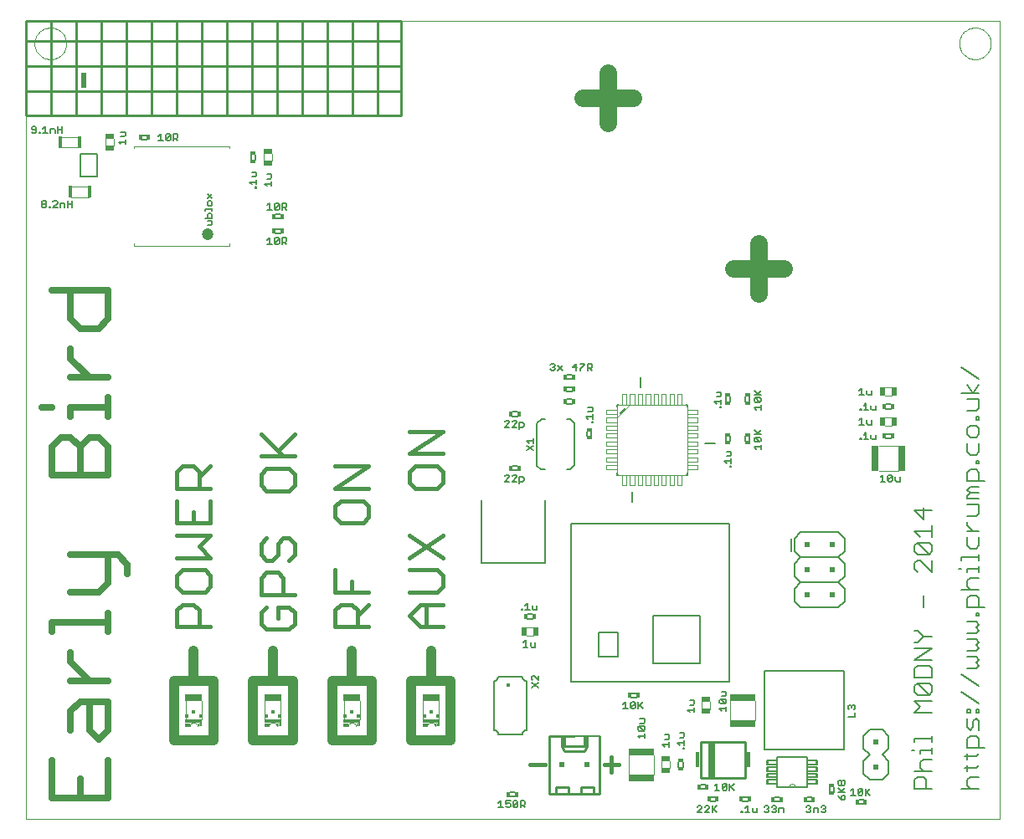
<source format=gto>
G75*
%MOIN*%
%OFA0B0*%
%FSLAX24Y24*%
%IPPOS*%
%LPD*%
%AMOC8*
5,1,8,0,0,1.08239X$1,22.5*
%
%ADD10C,0.0000*%
%ADD11C,0.0280*%
%ADD12C,0.0170*%
%ADD13C,0.0400*%
%ADD14C,0.0060*%
%ADD15C,0.0100*%
%ADD16C,0.0050*%
%ADD17C,0.0160*%
%ADD18R,0.0236X0.0591*%
%ADD19C,0.0080*%
%ADD20C,0.0039*%
%ADD21C,0.0472*%
%ADD22C,0.0040*%
%ADD23R,0.0197X0.0049*%
%ADD24R,0.0089X0.0128*%
%ADD25R,0.0049X0.0089*%
%ADD26R,0.0167X0.0049*%
%ADD27R,0.0197X0.0138*%
%ADD28R,0.0236X0.0049*%
%ADD29R,0.0669X0.0118*%
%ADD30R,0.0669X0.0276*%
%ADD31R,0.0128X0.0167*%
%ADD32R,0.0138X0.0138*%
%ADD33R,0.0236X0.0118*%
%ADD34R,0.0118X0.0236*%
%ADD35R,0.0118X0.0472*%
%ADD36R,0.0374X0.0197*%
%ADD37R,0.0197X0.0374*%
%ADD38R,0.1024X0.0295*%
%ADD39C,0.0700*%
%ADD40R,0.0200X0.0200*%
%ADD41R,0.0165X0.0640*%
%ADD42R,0.0165X0.0630*%
%ADD43R,0.0295X0.1378*%
%ADD44R,0.0295X0.0197*%
%ADD45R,0.0295X0.1024*%
%ADD46C,0.0143*%
D10*
X000574Y000251D02*
X000574Y032054D01*
X039341Y032054D01*
X039341Y000251D01*
X000574Y000251D01*
X023687Y014179D02*
X024107Y014179D01*
X024107Y014359D01*
X023687Y014359D01*
X023687Y014179D01*
X023687Y014489D02*
X024107Y014489D01*
X024107Y014669D01*
X023687Y014669D01*
X023687Y014489D01*
X023687Y014809D02*
X024107Y014809D01*
X024107Y014989D01*
X023687Y014989D01*
X023687Y014809D01*
X023687Y015119D02*
X024107Y015119D01*
X024107Y015299D01*
X023687Y015299D01*
X023687Y015119D01*
X023687Y015439D02*
X024107Y015439D01*
X024107Y015619D01*
X023687Y015619D01*
X023687Y015439D01*
X023687Y015749D02*
X024107Y015749D01*
X024107Y015929D01*
X023687Y015929D01*
X023687Y015749D01*
X023687Y016069D02*
X024107Y016069D01*
X024107Y016249D01*
X023687Y016249D01*
X023687Y016069D01*
X023687Y016379D02*
X024107Y016379D01*
X024107Y016559D01*
X023687Y016559D01*
X023687Y016379D01*
X024107Y016269D02*
X024607Y016769D01*
X024627Y016769D02*
X024627Y017189D01*
X024807Y017189D01*
X024807Y016769D01*
X024627Y016769D01*
X024497Y016769D02*
X024497Y017189D01*
X024317Y017189D01*
X024317Y016769D01*
X024497Y016769D01*
X024107Y016769D02*
X024107Y013969D01*
X026907Y013969D01*
X026907Y016769D01*
X024107Y016769D01*
X024947Y016769D02*
X024947Y017189D01*
X025127Y017189D01*
X025127Y016769D01*
X024947Y016769D01*
X025257Y016769D02*
X025257Y017189D01*
X025437Y017189D01*
X025437Y016769D01*
X025257Y016769D01*
X025577Y016769D02*
X025577Y017189D01*
X025757Y017189D01*
X025757Y016769D01*
X025577Y016769D01*
X025887Y016769D02*
X025887Y017189D01*
X026067Y017189D01*
X026067Y016769D01*
X025887Y016769D01*
X026207Y016769D02*
X026207Y017189D01*
X026387Y017189D01*
X026387Y016769D01*
X026207Y016769D01*
X026517Y016769D02*
X026517Y017189D01*
X026697Y017189D01*
X026697Y016769D01*
X026517Y016769D01*
X026907Y016559D02*
X026907Y016379D01*
X027327Y016379D01*
X027327Y016559D01*
X026907Y016559D01*
X026907Y016249D02*
X027327Y016249D01*
X027327Y016069D01*
X026907Y016069D01*
X026907Y016249D01*
X026907Y015929D02*
X027327Y015929D01*
X027327Y015749D01*
X026907Y015749D01*
X026907Y015929D01*
X026907Y015619D02*
X027327Y015619D01*
X027327Y015439D01*
X026907Y015439D01*
X026907Y015619D01*
X026907Y015299D02*
X027327Y015299D01*
X027327Y015119D01*
X026907Y015119D01*
X026907Y015299D01*
X026907Y014989D02*
X027327Y014989D01*
X027327Y014809D01*
X026907Y014809D01*
X026907Y014989D01*
X026907Y014669D02*
X027327Y014669D01*
X027327Y014489D01*
X026907Y014489D01*
X026907Y014669D01*
X026907Y014359D02*
X027327Y014359D01*
X027327Y014179D01*
X026907Y014179D01*
X026907Y014359D01*
X026697Y013969D02*
X026517Y013969D01*
X026517Y013549D01*
X026697Y013549D01*
X026697Y013969D01*
X026387Y013969D02*
X026387Y013549D01*
X026207Y013549D01*
X026207Y013969D01*
X026387Y013969D01*
X026067Y013969D02*
X026067Y013549D01*
X025887Y013549D01*
X025887Y013969D01*
X026067Y013969D01*
X025757Y013969D02*
X025757Y013549D01*
X025577Y013549D01*
X025577Y013969D01*
X025757Y013969D01*
X025437Y013969D02*
X025437Y013549D01*
X025257Y013549D01*
X025257Y013969D01*
X025437Y013969D01*
X025127Y013969D02*
X025127Y013549D01*
X024947Y013549D01*
X024947Y013969D01*
X025127Y013969D01*
X024807Y013969D02*
X024807Y013549D01*
X024627Y013549D01*
X024627Y013969D01*
X024807Y013969D01*
X024497Y013969D02*
X024497Y013549D01*
X024317Y013549D01*
X024317Y013969D01*
X024497Y013969D01*
X030966Y001531D02*
X030968Y001552D01*
X030973Y001572D01*
X030982Y001591D01*
X030994Y001608D01*
X031009Y001623D01*
X031026Y001635D01*
X031045Y001644D01*
X031065Y001649D01*
X031086Y001651D01*
X031107Y001649D01*
X031127Y001644D01*
X031146Y001635D01*
X031163Y001623D01*
X031178Y001608D01*
X031190Y001591D01*
X031199Y001572D01*
X031204Y001552D01*
X031206Y001531D01*
X031204Y001552D01*
X031199Y001572D01*
X031190Y001591D01*
X031178Y001608D01*
X031163Y001623D01*
X031146Y001635D01*
X031127Y001644D01*
X031107Y001649D01*
X031086Y001651D01*
X031065Y001649D01*
X031045Y001644D01*
X031026Y001635D01*
X031009Y001623D01*
X030994Y001608D01*
X030982Y001591D01*
X030973Y001572D01*
X030968Y001552D01*
X030966Y001531D01*
X030968Y001552D01*
X030973Y001572D01*
X030982Y001591D01*
X030994Y001608D01*
X031009Y001623D01*
X031026Y001635D01*
X031045Y001644D01*
X031065Y001649D01*
X031086Y001651D01*
X031107Y001649D01*
X031127Y001644D01*
X031146Y001635D01*
X031163Y001623D01*
X031178Y001608D01*
X031190Y001591D01*
X031199Y001572D01*
X031204Y001552D01*
X031206Y001531D01*
X031204Y001552D01*
X031199Y001572D01*
X031190Y001591D01*
X031178Y001608D01*
X031163Y001623D01*
X031146Y001635D01*
X031127Y001644D01*
X031107Y001649D01*
X031086Y001651D01*
X031065Y001649D01*
X031045Y001644D01*
X031026Y001635D01*
X031009Y001623D01*
X030994Y001608D01*
X030982Y001591D01*
X030973Y001572D01*
X030968Y001552D01*
X030966Y001531D01*
X037739Y031156D02*
X037741Y031206D01*
X037747Y031256D01*
X037757Y031305D01*
X037771Y031353D01*
X037788Y031400D01*
X037809Y031445D01*
X037834Y031489D01*
X037862Y031530D01*
X037894Y031569D01*
X037928Y031606D01*
X037965Y031640D01*
X038005Y031670D01*
X038047Y031697D01*
X038091Y031721D01*
X038137Y031742D01*
X038184Y031758D01*
X038232Y031771D01*
X038282Y031780D01*
X038331Y031785D01*
X038382Y031786D01*
X038432Y031783D01*
X038481Y031776D01*
X038530Y031765D01*
X038578Y031750D01*
X038624Y031732D01*
X038669Y031710D01*
X038712Y031684D01*
X038753Y031655D01*
X038792Y031623D01*
X038828Y031588D01*
X038860Y031550D01*
X038890Y031510D01*
X038917Y031467D01*
X038940Y031423D01*
X038959Y031377D01*
X038975Y031329D01*
X038987Y031280D01*
X038995Y031231D01*
X038999Y031181D01*
X038999Y031131D01*
X038995Y031081D01*
X038987Y031032D01*
X038975Y030983D01*
X038959Y030935D01*
X038940Y030889D01*
X038917Y030845D01*
X038890Y030802D01*
X038860Y030762D01*
X038828Y030724D01*
X038792Y030689D01*
X038753Y030657D01*
X038712Y030628D01*
X038669Y030602D01*
X038624Y030580D01*
X038578Y030562D01*
X038530Y030547D01*
X038481Y030536D01*
X038432Y030529D01*
X038382Y030526D01*
X038331Y030527D01*
X038282Y030532D01*
X038232Y030541D01*
X038184Y030554D01*
X038137Y030570D01*
X038091Y030591D01*
X038047Y030615D01*
X038005Y030642D01*
X037965Y030672D01*
X037928Y030706D01*
X037894Y030743D01*
X037862Y030782D01*
X037834Y030823D01*
X037809Y030867D01*
X037788Y030912D01*
X037771Y030959D01*
X037757Y031007D01*
X037747Y031056D01*
X037741Y031106D01*
X037739Y031156D01*
X000928Y031156D02*
X000930Y031206D01*
X000936Y031256D01*
X000946Y031305D01*
X000960Y031353D01*
X000977Y031400D01*
X000998Y031445D01*
X001023Y031489D01*
X001051Y031530D01*
X001083Y031569D01*
X001117Y031606D01*
X001154Y031640D01*
X001194Y031670D01*
X001236Y031697D01*
X001280Y031721D01*
X001326Y031742D01*
X001373Y031758D01*
X001421Y031771D01*
X001471Y031780D01*
X001520Y031785D01*
X001571Y031786D01*
X001621Y031783D01*
X001670Y031776D01*
X001719Y031765D01*
X001767Y031750D01*
X001813Y031732D01*
X001858Y031710D01*
X001901Y031684D01*
X001942Y031655D01*
X001981Y031623D01*
X002017Y031588D01*
X002049Y031550D01*
X002079Y031510D01*
X002106Y031467D01*
X002129Y031423D01*
X002148Y031377D01*
X002164Y031329D01*
X002176Y031280D01*
X002184Y031231D01*
X002188Y031181D01*
X002188Y031131D01*
X002184Y031081D01*
X002176Y031032D01*
X002164Y030983D01*
X002148Y030935D01*
X002129Y030889D01*
X002106Y030845D01*
X002079Y030802D01*
X002049Y030762D01*
X002017Y030724D01*
X001981Y030689D01*
X001942Y030657D01*
X001901Y030628D01*
X001858Y030602D01*
X001813Y030580D01*
X001767Y030562D01*
X001719Y030547D01*
X001670Y030536D01*
X001621Y030529D01*
X001571Y030526D01*
X001520Y030527D01*
X001471Y030532D01*
X001421Y030541D01*
X001373Y030554D01*
X001326Y030570D01*
X001280Y030591D01*
X001236Y030615D01*
X001194Y030642D01*
X001154Y030672D01*
X001117Y030706D01*
X001083Y030743D01*
X001051Y030782D01*
X001023Y030823D01*
X000998Y030867D01*
X000977Y030912D01*
X000960Y030959D01*
X000946Y031007D01*
X000936Y031056D01*
X000930Y031106D01*
X000928Y031156D01*
D11*
X001607Y021305D02*
X003869Y021305D01*
X003869Y020174D01*
X003492Y019797D01*
X002738Y019797D01*
X002361Y020174D01*
X002361Y021305D01*
X002361Y018979D02*
X002361Y018602D01*
X003115Y017848D01*
X003869Y017848D02*
X002361Y017848D01*
X002361Y016666D02*
X003869Y016666D01*
X003869Y016289D02*
X003869Y017043D01*
X002361Y016666D02*
X002361Y016289D01*
X001607Y016666D02*
X001230Y016666D01*
X001984Y015458D02*
X002361Y015458D01*
X002738Y015081D01*
X002738Y013950D01*
X001607Y013950D02*
X001607Y015081D01*
X001984Y015458D01*
X002738Y015081D02*
X003115Y015458D01*
X003492Y015458D01*
X003869Y015081D01*
X003869Y013950D01*
X001607Y013950D01*
X002361Y010780D02*
X004246Y010780D01*
X004623Y010403D01*
X004623Y010026D01*
X003869Y009649D02*
X003869Y010780D01*
X003869Y009649D02*
X003492Y009272D01*
X002361Y009272D01*
X001607Y008090D02*
X003869Y008090D01*
X003869Y007713D02*
X003869Y008467D01*
X002361Y006895D02*
X002361Y006518D01*
X003115Y005764D01*
X003869Y005764D02*
X002361Y005764D01*
X002738Y004933D02*
X003869Y004933D01*
X003869Y003802D01*
X003492Y003425D01*
X003115Y003802D01*
X003115Y004933D01*
X002738Y004933D02*
X002361Y004556D01*
X002361Y003802D01*
X001607Y002595D02*
X001607Y001087D01*
X003869Y001087D01*
X003869Y002595D01*
X002738Y001841D02*
X002738Y001087D01*
X001607Y007713D02*
X001607Y008090D01*
D12*
X006600Y007906D02*
X006600Y008572D01*
X006822Y008794D01*
X007266Y008794D01*
X007488Y008572D01*
X007488Y007906D01*
X007932Y007906D02*
X006600Y007906D01*
X006822Y009288D02*
X007710Y009288D01*
X007932Y009509D01*
X007932Y009953D01*
X007710Y010175D01*
X006822Y010175D01*
X006600Y009953D01*
X006600Y009509D01*
X006822Y009288D01*
X006600Y010669D02*
X007932Y010669D01*
X007488Y011113D01*
X007932Y011556D01*
X006600Y011556D01*
X006600Y012050D02*
X007932Y012050D01*
X007932Y012937D01*
X007932Y013431D02*
X006600Y013431D01*
X006600Y014097D01*
X006822Y014319D01*
X007266Y014319D01*
X007488Y014097D01*
X007488Y013431D01*
X007488Y013875D02*
X007932Y014319D01*
X006600Y012937D02*
X006600Y012050D01*
X007266Y012050D02*
X007266Y012494D01*
X009947Y013553D02*
X010169Y013331D01*
X011056Y013331D01*
X011278Y013553D01*
X011278Y013997D01*
X011056Y014219D01*
X010169Y014219D01*
X009947Y013997D01*
X009947Y013553D01*
X009947Y014712D02*
X011278Y014712D01*
X010834Y014712D02*
X009947Y015600D01*
X010613Y014934D02*
X011278Y015600D01*
X012900Y014319D02*
X014231Y014319D01*
X012900Y013431D01*
X014231Y013431D01*
X014009Y012937D02*
X013122Y012937D01*
X012900Y012716D01*
X012900Y012272D01*
X013122Y012050D01*
X014009Y012050D01*
X014231Y012272D01*
X014231Y012716D01*
X014009Y012937D01*
X015852Y013651D02*
X016074Y013430D01*
X016962Y013430D01*
X017184Y013651D01*
X017184Y014095D01*
X016962Y014317D01*
X016074Y014317D01*
X015852Y014095D01*
X015852Y013651D01*
X015852Y014811D02*
X017184Y015698D01*
X015852Y015698D01*
X015852Y014811D02*
X017184Y014811D01*
X017184Y011555D02*
X015852Y010667D01*
X015852Y010173D02*
X016962Y010173D01*
X017184Y009952D01*
X017184Y009508D01*
X016962Y009286D01*
X015852Y009286D01*
X016296Y008792D02*
X017184Y008792D01*
X016518Y008792D02*
X016518Y007905D01*
X016296Y007905D02*
X015852Y008349D01*
X016296Y008792D01*
X016296Y007905D02*
X017184Y007905D01*
X014231Y007906D02*
X012900Y007906D01*
X012900Y008572D01*
X013122Y008794D01*
X013565Y008794D01*
X013787Y008572D01*
X013787Y007906D01*
X013787Y008350D02*
X014231Y008794D01*
X014231Y009288D02*
X012900Y009288D01*
X012900Y010175D01*
X013565Y009731D02*
X013565Y009288D01*
X011278Y009188D02*
X009947Y009188D01*
X009947Y009853D01*
X010169Y010075D01*
X010613Y010075D01*
X010834Y009853D01*
X010834Y009188D01*
X010613Y008694D02*
X010613Y008250D01*
X010613Y008694D02*
X011056Y008694D01*
X011278Y008472D01*
X011278Y008028D01*
X011056Y007806D01*
X010169Y007806D01*
X009947Y008028D01*
X009947Y008472D01*
X010169Y008694D01*
X010169Y010569D02*
X010391Y010569D01*
X010613Y010791D01*
X010613Y011234D01*
X010834Y011456D01*
X011056Y011456D01*
X011278Y011234D01*
X011278Y010791D01*
X011056Y010569D01*
X010169Y010569D02*
X009947Y010791D01*
X009947Y011234D01*
X010169Y011456D01*
X015852Y011555D02*
X017184Y010667D01*
D13*
X016715Y006944D02*
X016715Y005763D01*
X015928Y005763D01*
X015928Y003400D01*
X017503Y003400D01*
X017503Y005763D01*
X016715Y005763D01*
X014353Y005763D02*
X013566Y005763D01*
X013566Y006944D01*
X013566Y005763D02*
X012778Y005763D01*
X012778Y003400D01*
X014353Y003400D01*
X014353Y005763D01*
X011204Y005763D02*
X011204Y003400D01*
X009629Y003400D01*
X009629Y005763D01*
X010416Y005763D01*
X010416Y006944D01*
X010416Y005763D02*
X011204Y005763D01*
X008054Y005763D02*
X008054Y003400D01*
X006479Y003400D01*
X006479Y005763D01*
X007267Y005763D01*
X007267Y006944D01*
X007267Y005763D02*
X008054Y005763D01*
D14*
X019867Y001323D02*
X020060Y001323D01*
X020060Y001147D02*
X019867Y001147D01*
X024690Y005084D02*
X024883Y005084D01*
X024883Y005260D02*
X024690Y005260D01*
X026568Y002513D02*
X026568Y002320D01*
X026745Y002320D02*
X026745Y002513D01*
X027446Y001619D02*
X027639Y001619D01*
X027639Y001442D02*
X027446Y001442D01*
X027839Y001126D02*
X028032Y001126D01*
X028032Y000950D02*
X027839Y000950D01*
X029119Y000950D02*
X029312Y000950D01*
X029312Y001126D02*
X029119Y001126D01*
X030096Y001661D02*
X030126Y001661D01*
X030496Y001661D01*
X030496Y001811D01*
X030096Y001811D01*
X030096Y001661D01*
X030126Y001661D02*
X030126Y001821D01*
X030496Y001821D01*
X030496Y002421D01*
X030496Y002431D01*
X030096Y002431D01*
X030096Y002581D01*
X030126Y002581D01*
X030126Y002421D01*
X030496Y002421D01*
X030496Y002331D01*
X030496Y002171D01*
X030496Y002071D01*
X030496Y001911D01*
X030496Y001821D01*
X030496Y001811D01*
X030496Y001911D02*
X030126Y001911D01*
X030096Y001911D01*
X030096Y002071D01*
X030126Y002071D01*
X030126Y001911D01*
X030126Y002071D02*
X030496Y002071D01*
X030496Y002171D02*
X030126Y002171D01*
X030096Y002171D01*
X030096Y002331D01*
X030126Y002331D01*
X030126Y002171D01*
X030126Y002331D02*
X030496Y002331D01*
X030496Y002431D02*
X030496Y002581D01*
X030496Y002711D01*
X031676Y002711D01*
X031676Y002581D01*
X031676Y002431D01*
X032076Y002431D01*
X032076Y002581D01*
X032046Y002581D01*
X031676Y002581D01*
X031626Y002711D02*
X030546Y002711D01*
X030636Y002711D02*
X031536Y002711D01*
X031676Y002431D02*
X031676Y002421D01*
X031676Y002331D01*
X031676Y002171D01*
X031676Y002071D01*
X031676Y001911D01*
X031676Y001821D01*
X031676Y001811D01*
X032076Y001811D01*
X032076Y001661D01*
X032046Y001661D01*
X032046Y001821D01*
X031676Y001821D01*
X031676Y001811D02*
X031676Y001661D01*
X031676Y001531D01*
X031206Y001531D01*
X030966Y001531D01*
X031206Y001531D01*
X031536Y001531D01*
X031626Y001531D01*
X031676Y001661D02*
X032046Y001661D01*
X032046Y001911D02*
X032076Y001911D01*
X032076Y002071D01*
X032046Y002071D01*
X031676Y002071D01*
X031676Y002171D01*
X032046Y002171D01*
X032076Y002171D01*
X032076Y002331D01*
X032046Y002331D01*
X031676Y002331D01*
X031676Y002421D02*
X032046Y002421D01*
X032046Y002581D01*
X032046Y002331D02*
X032046Y002171D01*
X032046Y002071D02*
X032046Y001911D01*
X031676Y001911D01*
X031678Y001126D02*
X031871Y001126D01*
X031871Y000950D02*
X031678Y000950D01*
X030966Y001531D02*
X030636Y001531D01*
X030546Y001531D01*
X030496Y001531D02*
X030966Y001531D01*
X030496Y001531D02*
X030496Y001661D01*
X030399Y001126D02*
X030591Y001126D01*
X030591Y000950D02*
X030399Y000950D01*
X030496Y002581D02*
X030126Y002581D01*
X032572Y001528D02*
X032572Y001335D01*
X032749Y001335D02*
X032749Y001528D01*
X033745Y001028D02*
X033938Y001028D01*
X033938Y000852D02*
X033745Y000852D01*
X035965Y001462D02*
X035965Y001812D01*
X036082Y001929D01*
X036315Y001929D01*
X036432Y001812D01*
X036432Y001462D01*
X036666Y001462D02*
X035965Y001462D01*
X035965Y002162D02*
X036666Y002162D01*
X036315Y002162D02*
X036199Y002278D01*
X036199Y002512D01*
X036315Y002629D01*
X036666Y002629D01*
X036666Y002861D02*
X036666Y003095D01*
X036666Y002978D02*
X036199Y002978D01*
X036199Y002861D01*
X035965Y002978D02*
X035848Y002978D01*
X035965Y003328D02*
X035965Y003445D01*
X036666Y003445D01*
X036666Y003328D02*
X036666Y003562D01*
X036666Y004494D02*
X035965Y004494D01*
X036199Y004728D01*
X035965Y004961D01*
X036666Y004961D01*
X036549Y005194D02*
X036082Y005661D01*
X036549Y005661D01*
X036666Y005544D01*
X036666Y005311D01*
X036549Y005194D01*
X036082Y005194D01*
X035965Y005311D01*
X035965Y005544D01*
X036082Y005661D01*
X035965Y005894D02*
X035965Y006244D01*
X036082Y006361D01*
X036549Y006361D01*
X036666Y006244D01*
X036666Y005894D01*
X035965Y005894D01*
X035965Y006594D02*
X036666Y007061D01*
X035965Y007061D01*
X035965Y007294D02*
X036082Y007294D01*
X036315Y007527D01*
X036666Y007527D01*
X036315Y007527D02*
X036082Y007761D01*
X035965Y007761D01*
X036315Y008693D02*
X036315Y009160D01*
X036082Y010093D02*
X035965Y010209D01*
X035965Y010443D01*
X036082Y010560D01*
X036199Y010560D01*
X036666Y010093D01*
X036666Y010560D01*
X036549Y010793D02*
X036082Y011260D01*
X036549Y011260D01*
X036666Y011143D01*
X036666Y010909D01*
X036549Y010793D01*
X036082Y010793D01*
X035965Y010909D01*
X035965Y011143D01*
X036082Y011260D01*
X036199Y011492D02*
X035965Y011726D01*
X036666Y011726D01*
X036666Y011959D02*
X036666Y011492D01*
X036315Y012192D02*
X036315Y012659D01*
X035965Y012542D02*
X036315Y012192D01*
X035965Y012542D02*
X036666Y012542D01*
X038069Y012309D02*
X038419Y012309D01*
X038536Y012426D01*
X038536Y012776D01*
X038069Y012776D01*
X038069Y013009D02*
X038069Y013125D01*
X038186Y013242D01*
X038069Y013359D01*
X038186Y013476D01*
X038536Y013476D01*
X038536Y013708D02*
X038536Y014059D01*
X038419Y014175D01*
X038186Y014175D01*
X038069Y014059D01*
X038069Y013708D01*
X038769Y013708D01*
X038536Y013242D02*
X038186Y013242D01*
X038069Y013009D02*
X038536Y013009D01*
X038069Y012076D02*
X038069Y011959D01*
X038302Y011726D01*
X038069Y011726D02*
X038536Y011726D01*
X038536Y011493D02*
X038536Y011143D01*
X038419Y011026D01*
X038186Y011026D01*
X038069Y011143D01*
X038069Y011493D01*
X038536Y010793D02*
X038536Y010559D01*
X038536Y010676D02*
X037835Y010676D01*
X037835Y010559D01*
X037835Y010209D02*
X037718Y010209D01*
X038069Y010209D02*
X038536Y010209D01*
X038536Y010093D02*
X038536Y010326D01*
X038536Y009860D02*
X038186Y009860D01*
X038069Y009743D01*
X038069Y009510D01*
X038186Y009393D01*
X038186Y009160D02*
X038419Y009160D01*
X038536Y009043D01*
X038536Y008693D01*
X038536Y008460D02*
X038536Y008343D01*
X038419Y008343D01*
X038419Y008460D01*
X038536Y008460D01*
X038769Y008693D02*
X038069Y008693D01*
X038069Y009043D01*
X038186Y009160D01*
X038536Y009393D02*
X037835Y009393D01*
X038069Y010093D02*
X038069Y010209D01*
X038069Y008110D02*
X038419Y008110D01*
X038536Y007994D01*
X038419Y007877D01*
X038536Y007760D01*
X038419Y007643D01*
X038069Y007643D01*
X038069Y007411D02*
X038419Y007411D01*
X038536Y007294D01*
X038419Y007177D01*
X038536Y007060D01*
X038419Y006944D01*
X038069Y006944D01*
X038069Y006711D02*
X038419Y006711D01*
X038536Y006594D01*
X038419Y006477D01*
X038536Y006361D01*
X038419Y006244D01*
X038069Y006244D01*
X037835Y006011D02*
X038536Y005544D01*
X038536Y004844D02*
X037835Y005311D01*
X038069Y004611D02*
X038186Y004611D01*
X038186Y004494D01*
X038069Y004494D01*
X038069Y004611D01*
X038069Y004262D02*
X038069Y003911D01*
X038186Y003795D01*
X038302Y003911D01*
X038302Y004145D01*
X038419Y004262D01*
X038536Y004145D01*
X038536Y003795D01*
X038419Y003562D02*
X038536Y003445D01*
X038536Y003095D01*
X038536Y002862D02*
X038419Y002745D01*
X037952Y002745D01*
X038069Y002628D02*
X038069Y002862D01*
X038069Y003095D02*
X038069Y003445D01*
X038186Y003562D01*
X038419Y003562D01*
X038769Y003095D02*
X038069Y003095D01*
X038069Y002395D02*
X038069Y002162D01*
X037952Y002278D02*
X038419Y002278D01*
X038536Y002395D01*
X038536Y001929D02*
X038186Y001929D01*
X038069Y001812D01*
X038069Y001579D01*
X038186Y001462D01*
X038536Y001462D02*
X037835Y001462D01*
X038419Y004494D02*
X038536Y004494D01*
X038536Y004611D01*
X038419Y004611D01*
X038419Y004494D01*
X036666Y006594D02*
X035965Y006594D01*
X026907Y013969D02*
X026837Y013969D01*
X026907Y013969D02*
X026907Y014039D01*
X027607Y015219D02*
X028007Y015219D01*
X028438Y015312D02*
X028438Y015505D01*
X028615Y015505D02*
X028615Y015312D01*
X029226Y015312D02*
X029226Y015505D01*
X029402Y015505D02*
X029402Y015312D01*
X029402Y016887D02*
X029402Y017080D01*
X029226Y017080D02*
X029226Y016887D01*
X028615Y016887D02*
X028615Y017080D01*
X028438Y017080D02*
X028438Y016887D01*
X026907Y016769D02*
X026907Y016699D01*
X026907Y016769D02*
X026837Y016769D01*
X025037Y017459D02*
X025037Y017859D01*
X024467Y016619D02*
X024257Y016409D01*
X024107Y016699D02*
X024107Y016769D01*
X024177Y016769D01*
X023103Y015702D02*
X023103Y015509D01*
X022926Y015509D02*
X022926Y015702D01*
X022324Y016796D02*
X022131Y016796D01*
X022131Y016973D02*
X022324Y016973D01*
X022324Y017289D02*
X022131Y017289D01*
X022131Y017465D02*
X022324Y017465D01*
X022324Y017781D02*
X022131Y017781D01*
X022131Y017957D02*
X022324Y017957D01*
X020158Y016481D02*
X019965Y016481D01*
X019965Y016304D02*
X020158Y016304D01*
X020158Y014315D02*
X019965Y014315D01*
X019965Y014139D02*
X020158Y014139D01*
X024107Y014039D02*
X024107Y013969D01*
X024177Y013969D01*
X024707Y013279D02*
X024707Y012879D01*
X020749Y008410D02*
X020556Y008410D01*
X020556Y008233D02*
X020749Y008233D01*
X034828Y015419D02*
X035021Y015419D01*
X035021Y015595D02*
X034828Y015595D01*
X034828Y016600D02*
X035021Y016600D01*
X035021Y016776D02*
X034828Y016776D01*
X037835Y017207D02*
X038536Y017207D01*
X038536Y016975D02*
X038069Y016975D01*
X038302Y017207D02*
X038069Y017558D01*
X038302Y017207D02*
X038536Y017558D01*
X038536Y017790D02*
X037835Y018258D01*
X038536Y016975D02*
X038536Y016624D01*
X038419Y016508D01*
X038069Y016508D01*
X038419Y016274D02*
X038536Y016274D01*
X038536Y016158D01*
X038419Y016158D01*
X038419Y016274D01*
X038419Y015925D02*
X038186Y015925D01*
X038069Y015808D01*
X038069Y015575D01*
X038186Y015458D01*
X038419Y015458D01*
X038536Y015575D01*
X038536Y015808D01*
X038419Y015925D01*
X038536Y015225D02*
X038536Y014875D01*
X038419Y014758D01*
X038186Y014758D01*
X038069Y014875D01*
X038069Y015225D01*
X038419Y014525D02*
X038536Y014525D01*
X038536Y014408D01*
X038419Y014408D01*
X038419Y014525D01*
X010710Y023588D02*
X010517Y023588D01*
X010517Y023764D02*
X010710Y023764D01*
X010710Y024178D02*
X010517Y024178D01*
X010517Y024355D02*
X010710Y024355D01*
X009717Y026532D02*
X009717Y026725D01*
X009541Y026725D02*
X009541Y026532D01*
X005395Y027328D02*
X005202Y027328D01*
X005202Y027504D02*
X005395Y027504D01*
D15*
X005574Y028302D02*
X005574Y032042D01*
X006574Y032042D02*
X006574Y028302D01*
X007574Y028302D02*
X007574Y032042D01*
X008574Y032042D02*
X008574Y028302D01*
X009574Y028302D02*
X009574Y032042D01*
X010574Y032042D02*
X010574Y028302D01*
X011574Y028302D02*
X011574Y032042D01*
X012574Y032042D02*
X012574Y028302D01*
X013574Y028302D02*
X013574Y032042D01*
X014574Y032042D02*
X014574Y028302D01*
X015534Y028302D02*
X015534Y032042D01*
X000574Y032042D01*
X000574Y028302D01*
X015534Y028302D01*
X015534Y029251D02*
X000574Y029251D01*
X000574Y028302D02*
X000574Y032042D01*
X001574Y032042D02*
X001574Y028302D01*
X002574Y028302D02*
X002574Y032042D01*
X003574Y032042D02*
X003574Y028302D01*
X004574Y028302D02*
X004574Y032042D01*
X000574Y031251D02*
X015534Y031251D01*
X015534Y030251D02*
X000574Y030251D01*
X021424Y003566D02*
X021924Y003566D01*
X021924Y003166D01*
X022024Y002966D01*
X022824Y002966D01*
X022924Y003166D01*
X022924Y003566D01*
X022824Y003566D02*
X022824Y003166D01*
X022924Y003166D01*
X022824Y003166D02*
X022024Y003166D01*
X022024Y003566D01*
X021924Y003566D02*
X022424Y003566D01*
X022024Y003166D02*
X021924Y003166D01*
X021424Y003566D02*
X021424Y002416D01*
X021424Y001266D01*
X021674Y001266D01*
X021674Y001516D01*
X022174Y001516D01*
X022174Y001266D01*
X022674Y001266D01*
X022674Y001516D01*
X023174Y001516D01*
X023174Y001266D01*
X023424Y001266D01*
X023424Y002416D01*
X023424Y003566D01*
X023174Y001266D02*
X022674Y001266D01*
X022424Y001266D02*
X021424Y001266D01*
X027444Y001894D02*
X027444Y002121D01*
X027444Y003105D01*
X027444Y003331D01*
X029215Y003331D01*
X029215Y003105D01*
X029215Y002121D01*
X029215Y001894D02*
X027444Y001894D01*
X029216Y001895D02*
X029215Y002008D01*
X029216Y002121D01*
D16*
X028781Y001666D02*
X028600Y001485D01*
X028645Y001530D02*
X028781Y001395D01*
X028600Y001395D02*
X028600Y001666D01*
X028486Y001621D02*
X028306Y001440D01*
X028351Y001395D01*
X028441Y001395D01*
X028486Y001440D01*
X028486Y001621D01*
X028441Y001666D01*
X028351Y001666D01*
X028306Y001621D01*
X028306Y001440D01*
X028191Y001395D02*
X028011Y001395D01*
X028101Y001395D02*
X028101Y001666D01*
X028011Y001575D01*
X028092Y000780D02*
X027911Y000600D01*
X027956Y000645D02*
X028092Y000509D01*
X027911Y000509D02*
X027911Y000780D01*
X027797Y000735D02*
X027752Y000780D01*
X027662Y000780D01*
X027617Y000735D01*
X027502Y000735D02*
X027457Y000780D01*
X027367Y000780D01*
X027322Y000735D01*
X027502Y000735D02*
X027502Y000690D01*
X027322Y000509D01*
X027502Y000509D01*
X027617Y000509D02*
X027797Y000690D01*
X027797Y000735D01*
X027797Y000509D02*
X027617Y000509D01*
X029069Y000509D02*
X029114Y000509D01*
X029114Y000555D01*
X029069Y000555D01*
X029069Y000509D01*
X029216Y000509D02*
X029396Y000509D01*
X029306Y000509D02*
X029306Y000780D01*
X029216Y000690D01*
X029511Y000690D02*
X029511Y000555D01*
X029556Y000509D01*
X029691Y000509D01*
X029691Y000690D01*
X029980Y000735D02*
X030025Y000780D01*
X030115Y000780D01*
X030160Y000735D01*
X030160Y000690D01*
X030115Y000645D01*
X030160Y000600D01*
X030160Y000555D01*
X030115Y000509D01*
X030025Y000509D01*
X029980Y000555D01*
X030070Y000645D02*
X030115Y000645D01*
X030274Y000735D02*
X030319Y000780D01*
X030409Y000780D01*
X030454Y000735D01*
X030454Y000690D01*
X030409Y000645D01*
X030454Y000600D01*
X030454Y000555D01*
X030409Y000509D01*
X030319Y000509D01*
X030274Y000555D01*
X030364Y000645D02*
X030409Y000645D01*
X030569Y000690D02*
X030569Y000509D01*
X030749Y000509D02*
X030749Y000645D01*
X030704Y000690D01*
X030569Y000690D01*
X031653Y000735D02*
X031698Y000780D01*
X031788Y000780D01*
X031833Y000735D01*
X031833Y000690D01*
X031788Y000645D01*
X031833Y000600D01*
X031833Y000555D01*
X031788Y000509D01*
X031698Y000509D01*
X031653Y000555D01*
X031743Y000645D02*
X031788Y000645D01*
X031947Y000690D02*
X031947Y000509D01*
X032128Y000509D02*
X032128Y000645D01*
X032083Y000690D01*
X031947Y000690D01*
X032242Y000735D02*
X032287Y000780D01*
X032377Y000780D01*
X032422Y000735D01*
X032422Y000690D01*
X032377Y000645D01*
X032422Y000600D01*
X032422Y000555D01*
X032377Y000509D01*
X032287Y000509D01*
X032242Y000555D01*
X032332Y000645D02*
X032377Y000645D01*
X032964Y001105D02*
X033054Y001015D01*
X033054Y001150D01*
X033099Y001195D01*
X033144Y001195D01*
X033189Y001150D01*
X033189Y001060D01*
X033144Y001015D01*
X033054Y001015D01*
X032964Y001105D02*
X032919Y001195D01*
X032919Y001310D02*
X033189Y001310D01*
X033099Y001310D02*
X032919Y001490D01*
X032964Y001604D02*
X033009Y001604D01*
X033054Y001649D01*
X033054Y001739D01*
X033099Y001784D01*
X033144Y001784D01*
X033189Y001739D01*
X033189Y001649D01*
X033144Y001604D01*
X033099Y001604D01*
X033054Y001649D01*
X033054Y001739D02*
X033009Y001784D01*
X032964Y001784D01*
X032919Y001739D01*
X032919Y001649D01*
X032964Y001604D01*
X033189Y001490D02*
X033054Y001355D01*
X033424Y001379D02*
X033515Y001469D01*
X033515Y001198D01*
X033605Y001198D02*
X033424Y001198D01*
X033719Y001244D02*
X033899Y001424D01*
X033899Y001244D01*
X033854Y001198D01*
X033764Y001198D01*
X033719Y001244D01*
X033719Y001424D01*
X033764Y001469D01*
X033854Y001469D01*
X033899Y001424D01*
X034014Y001469D02*
X034014Y001198D01*
X034014Y001289D02*
X034194Y001469D01*
X034059Y001334D02*
X034194Y001198D01*
X033152Y003007D02*
X033152Y006156D01*
X030003Y006156D01*
X030003Y003007D01*
X033152Y003007D01*
X033312Y004312D02*
X033583Y004312D01*
X033583Y004492D01*
X033538Y004606D02*
X033583Y004652D01*
X033583Y004742D01*
X033538Y004787D01*
X033493Y004787D01*
X033448Y004742D01*
X033448Y004697D01*
X033448Y004742D02*
X033403Y004787D01*
X033358Y004787D01*
X033312Y004742D01*
X033312Y004652D01*
X033358Y004606D01*
X028465Y004648D02*
X028194Y004648D01*
X028284Y004558D01*
X028465Y004558D02*
X028465Y004738D01*
X028420Y004853D02*
X028239Y005033D01*
X028420Y005033D01*
X028465Y004988D01*
X028465Y004898D01*
X028420Y004853D01*
X028239Y004853D01*
X028194Y004898D01*
X028194Y004988D01*
X028239Y005033D01*
X028284Y005148D02*
X028420Y005148D01*
X028465Y005193D01*
X028465Y005328D01*
X028284Y005328D01*
X027185Y004984D02*
X027005Y004984D01*
X027185Y004984D02*
X027185Y004848D01*
X027140Y004803D01*
X027005Y004803D01*
X027185Y004689D02*
X027185Y004509D01*
X027185Y004599D02*
X026915Y004599D01*
X027005Y004509D01*
X026791Y003679D02*
X026611Y003679D01*
X026611Y003499D02*
X026746Y003499D01*
X026791Y003544D01*
X026791Y003679D01*
X026791Y003385D02*
X026791Y003204D01*
X026791Y003294D02*
X026521Y003294D01*
X026611Y003204D01*
X026746Y003102D02*
X026791Y003102D01*
X026791Y003057D01*
X026746Y003057D01*
X026746Y003102D01*
X026201Y003131D02*
X026201Y003311D01*
X026201Y003221D02*
X025931Y003221D01*
X026021Y003131D01*
X026021Y003425D02*
X026156Y003425D01*
X026201Y003470D01*
X026201Y003606D01*
X026021Y003606D01*
X025217Y003566D02*
X024946Y003566D01*
X025036Y003476D01*
X025217Y003476D02*
X025217Y003656D01*
X025172Y003770D02*
X024991Y003950D01*
X025172Y003950D01*
X025217Y003905D01*
X025217Y003815D01*
X025172Y003770D01*
X024991Y003770D01*
X024946Y003815D01*
X024946Y003905D01*
X024991Y003950D01*
X025036Y004065D02*
X025172Y004065D01*
X025217Y004110D01*
X025217Y004245D01*
X025036Y004245D01*
X024959Y004643D02*
X024959Y004914D01*
X024844Y004869D02*
X024664Y004688D01*
X024709Y004643D01*
X024799Y004643D01*
X024844Y004688D01*
X024844Y004869D01*
X024799Y004914D01*
X024709Y004914D01*
X024664Y004869D01*
X024664Y004688D01*
X024549Y004643D02*
X024369Y004643D01*
X024459Y004643D02*
X024459Y004914D01*
X024369Y004824D01*
X024959Y004733D02*
X025139Y004914D01*
X025004Y004778D02*
X025139Y004643D01*
X023424Y003566D02*
X022424Y003566D01*
X022024Y003566D02*
X021924Y003566D01*
X021924Y003416D01*
X020984Y005493D02*
X020714Y005673D01*
X020759Y005788D02*
X020714Y005833D01*
X020714Y005923D01*
X020759Y005968D01*
X020804Y005968D01*
X020984Y005788D01*
X020984Y005968D01*
X020984Y005673D02*
X020714Y005493D01*
X020722Y007104D02*
X020858Y007104D01*
X020858Y007284D01*
X020677Y007284D02*
X020677Y007149D01*
X020722Y007104D01*
X020563Y007104D02*
X020383Y007104D01*
X020473Y007104D02*
X020473Y007374D01*
X020383Y007284D01*
X020354Y008580D02*
X020309Y008580D01*
X020309Y008625D01*
X020354Y008625D01*
X020354Y008580D01*
X020456Y008580D02*
X020637Y008580D01*
X020547Y008580D02*
X020547Y008851D01*
X020456Y008761D01*
X020751Y008761D02*
X020751Y008625D01*
X020796Y008580D01*
X020931Y008580D01*
X020931Y008761D01*
X020234Y013608D02*
X020234Y013879D01*
X020369Y013879D01*
X020414Y013834D01*
X020414Y013744D01*
X020369Y013698D01*
X020234Y013698D01*
X020120Y013698D02*
X019940Y013698D01*
X020120Y013879D01*
X020120Y013924D01*
X020075Y013969D01*
X019985Y013969D01*
X019940Y013924D01*
X019825Y013924D02*
X019825Y013879D01*
X019645Y013698D01*
X019825Y013698D01*
X019825Y013924D02*
X019780Y013969D01*
X019690Y013969D01*
X019645Y013924D01*
X020928Y014306D02*
X020928Y016038D01*
X021125Y016196D01*
X021243Y016196D01*
X020414Y015999D02*
X020414Y015909D01*
X020369Y015864D01*
X020234Y015864D01*
X020234Y015774D02*
X020234Y016044D01*
X020369Y016044D01*
X020414Y015999D01*
X020120Y016044D02*
X020120Y016089D01*
X020075Y016134D01*
X019985Y016134D01*
X019940Y016089D01*
X019825Y016089D02*
X019780Y016134D01*
X019690Y016134D01*
X019645Y016089D01*
X019825Y016089D02*
X019825Y016044D01*
X019645Y015864D01*
X019825Y015864D01*
X019940Y015864D02*
X020120Y016044D01*
X020120Y015864D02*
X019940Y015864D01*
X020517Y015326D02*
X020787Y015326D01*
X020787Y015236D02*
X020787Y015417D01*
X020607Y015236D02*
X020517Y015326D01*
X020517Y015122D02*
X020787Y014942D01*
X020787Y015122D02*
X020517Y014942D01*
X020928Y014306D02*
X021086Y014188D01*
X021243Y014188D01*
X022109Y014188D02*
X022267Y014188D01*
X022424Y014345D01*
X022424Y016038D01*
X022267Y016196D01*
X022109Y016196D01*
X022879Y016287D02*
X023150Y016287D01*
X023150Y016197D02*
X023150Y016377D01*
X023105Y016491D02*
X022969Y016491D01*
X023105Y016491D02*
X023150Y016536D01*
X023150Y016671D01*
X022969Y016671D01*
X022879Y016287D02*
X022969Y016197D01*
X023105Y016094D02*
X023150Y016094D01*
X023150Y016049D01*
X023105Y016049D01*
X023105Y016094D01*
X023120Y018128D02*
X023030Y018218D01*
X023075Y018218D02*
X022940Y018218D01*
X022940Y018128D02*
X022940Y018398D01*
X023075Y018398D01*
X023120Y018353D01*
X023120Y018263D01*
X023075Y018218D01*
X022825Y018353D02*
X022645Y018173D01*
X022645Y018128D01*
X022486Y018128D02*
X022486Y018398D01*
X022351Y018263D01*
X022531Y018263D01*
X022645Y018398D02*
X022825Y018398D01*
X022825Y018353D01*
X021942Y018308D02*
X021761Y018128D01*
X021647Y018173D02*
X021602Y018128D01*
X021512Y018128D01*
X021467Y018173D01*
X021557Y018263D02*
X021602Y018263D01*
X021647Y018218D01*
X021647Y018173D01*
X021602Y018263D02*
X021647Y018308D01*
X021647Y018353D01*
X021602Y018398D01*
X021512Y018398D01*
X021467Y018353D01*
X021761Y018308D02*
X021942Y018128D01*
X027998Y016877D02*
X028088Y016787D01*
X027998Y016877D02*
X028268Y016877D01*
X028268Y016787D02*
X028268Y016967D01*
X028223Y017082D02*
X028268Y017127D01*
X028268Y017262D01*
X028088Y017262D01*
X028088Y017082D02*
X028223Y017082D01*
X028223Y016685D02*
X028268Y016685D01*
X028268Y016640D01*
X028223Y016640D01*
X028223Y016685D01*
X029572Y016656D02*
X029843Y016656D01*
X029843Y016566D02*
X029843Y016746D01*
X029798Y016861D02*
X029617Y017041D01*
X029798Y017041D01*
X029843Y016996D01*
X029843Y016906D01*
X029798Y016861D01*
X029617Y016861D01*
X029572Y016906D01*
X029572Y016996D01*
X029617Y017041D01*
X029572Y017155D02*
X029843Y017155D01*
X029752Y017155D02*
X029572Y017336D01*
X029707Y017200D02*
X029843Y017336D01*
X029572Y016656D02*
X029662Y016566D01*
X029572Y015761D02*
X029752Y015581D01*
X029707Y015626D02*
X029843Y015761D01*
X029843Y015581D02*
X029572Y015581D01*
X029617Y015466D02*
X029798Y015286D01*
X029843Y015331D01*
X029843Y015421D01*
X029798Y015466D01*
X029617Y015466D01*
X029572Y015421D01*
X029572Y015331D01*
X029617Y015286D01*
X029798Y015286D01*
X029843Y015171D02*
X029843Y014991D01*
X029843Y015081D02*
X029572Y015081D01*
X029662Y014991D01*
X028661Y014900D02*
X028661Y014765D01*
X028616Y014720D01*
X028481Y014720D01*
X028481Y014900D02*
X028661Y014900D01*
X028661Y014605D02*
X028661Y014425D01*
X028661Y014515D02*
X028391Y014515D01*
X028481Y014425D01*
X028616Y014323D02*
X028661Y014323D01*
X028661Y014278D01*
X028616Y014278D01*
X028616Y014323D01*
X033769Y015962D02*
X033949Y015962D01*
X033859Y015962D02*
X033859Y016232D01*
X033769Y016142D01*
X034063Y016142D02*
X034063Y016007D01*
X034108Y015962D01*
X034243Y015962D01*
X034243Y016142D01*
X034031Y015642D02*
X034031Y015372D01*
X033941Y015372D02*
X034121Y015372D01*
X034235Y015417D02*
X034235Y015552D01*
X034235Y015417D02*
X034280Y015372D01*
X034416Y015372D01*
X034416Y015552D01*
X034031Y015642D02*
X033941Y015552D01*
X033838Y015417D02*
X033838Y015372D01*
X033793Y015372D01*
X033793Y015417D01*
X033838Y015417D01*
X033838Y016553D02*
X033793Y016553D01*
X033793Y016598D01*
X033838Y016598D01*
X033838Y016553D01*
X033941Y016553D02*
X034121Y016553D01*
X034031Y016553D02*
X034031Y016823D01*
X033941Y016733D01*
X034235Y016733D02*
X034235Y016598D01*
X034280Y016553D01*
X034416Y016553D01*
X034416Y016733D01*
X034243Y017143D02*
X034108Y017143D01*
X034063Y017188D01*
X034063Y017324D01*
X034243Y017324D02*
X034243Y017143D01*
X033949Y017143D02*
X033769Y017143D01*
X033859Y017143D02*
X033859Y017414D01*
X033769Y017324D01*
X034696Y013969D02*
X034696Y013698D01*
X034606Y013698D02*
X034786Y013698D01*
X034900Y013744D02*
X035080Y013924D01*
X035080Y013744D01*
X035035Y013698D01*
X034945Y013698D01*
X034900Y013744D01*
X034900Y013924D01*
X034945Y013969D01*
X035035Y013969D01*
X035080Y013924D01*
X035195Y013879D02*
X035195Y013744D01*
X035240Y013698D01*
X035375Y013698D01*
X035375Y013879D01*
X034696Y013969D02*
X034606Y013879D01*
X023424Y001266D02*
X023174Y001266D01*
X022674Y001266D02*
X022424Y001266D01*
X021674Y001266D02*
X021524Y001266D01*
X020463Y000932D02*
X020463Y000841D01*
X020418Y000796D01*
X020283Y000796D01*
X020283Y000706D02*
X020283Y000977D01*
X020418Y000977D01*
X020463Y000932D01*
X020373Y000796D02*
X020463Y000706D01*
X020169Y000751D02*
X020124Y000706D01*
X020034Y000706D01*
X019988Y000751D01*
X020169Y000932D01*
X020169Y000751D01*
X020169Y000932D02*
X020124Y000977D01*
X020034Y000977D01*
X019988Y000932D01*
X019988Y000751D01*
X019874Y000751D02*
X019829Y000706D01*
X019739Y000706D01*
X019694Y000751D01*
X019694Y000841D02*
X019784Y000886D01*
X019829Y000886D01*
X019874Y000841D01*
X019874Y000751D01*
X019694Y000841D02*
X019694Y000977D01*
X019874Y000977D01*
X019489Y000977D02*
X019489Y000706D01*
X019399Y000706D02*
X019579Y000706D01*
X019399Y000886D02*
X019489Y000977D01*
X010966Y023147D02*
X010875Y023237D01*
X010921Y023237D02*
X010785Y023237D01*
X010785Y023147D02*
X010785Y023418D01*
X010921Y023418D01*
X010966Y023372D01*
X010966Y023282D01*
X010921Y023237D01*
X010671Y023192D02*
X010671Y023372D01*
X010491Y023192D01*
X010536Y023147D01*
X010626Y023147D01*
X010671Y023192D01*
X010491Y023192D02*
X010491Y023372D01*
X010536Y023418D01*
X010626Y023418D01*
X010671Y023372D01*
X010376Y023147D02*
X010196Y023147D01*
X010286Y023147D02*
X010286Y023418D01*
X010196Y023327D01*
X010196Y024525D02*
X010376Y024525D01*
X010286Y024525D02*
X010286Y024795D01*
X010196Y024705D01*
X010491Y024750D02*
X010536Y024795D01*
X010626Y024795D01*
X010671Y024750D01*
X010491Y024570D01*
X010536Y024525D01*
X010626Y024525D01*
X010671Y024570D01*
X010671Y024750D01*
X010785Y024795D02*
X010785Y024525D01*
X010785Y024615D02*
X010921Y024615D01*
X010966Y024660D01*
X010966Y024750D01*
X010921Y024795D01*
X010785Y024795D01*
X010875Y024615D02*
X010966Y024525D01*
X010491Y024570D02*
X010491Y024750D01*
X010354Y025473D02*
X010354Y025653D01*
X010354Y025563D02*
X010084Y025563D01*
X010174Y025473D01*
X010174Y025768D02*
X010309Y025768D01*
X010354Y025813D01*
X010354Y025948D01*
X010174Y025948D01*
X009764Y025887D02*
X009719Y025842D01*
X009584Y025842D01*
X009584Y026022D02*
X009764Y026022D01*
X009764Y025887D01*
X009764Y025727D02*
X009764Y025547D01*
X009764Y025637D02*
X009494Y025637D01*
X009584Y025547D01*
X009719Y025445D02*
X009764Y025445D01*
X009764Y025400D01*
X009719Y025400D01*
X009719Y025445D01*
X008001Y025168D02*
X007821Y024988D01*
X007866Y024873D02*
X007821Y024828D01*
X007821Y024738D01*
X007866Y024693D01*
X007956Y024693D01*
X008001Y024738D01*
X008001Y024828D01*
X007956Y024873D01*
X007866Y024873D01*
X008001Y024988D02*
X007821Y025168D01*
X008001Y024587D02*
X008001Y024496D01*
X008001Y024542D02*
X007731Y024542D01*
X007731Y024496D01*
X007866Y024382D02*
X007821Y024337D01*
X007821Y024202D01*
X007731Y024202D02*
X008001Y024202D01*
X008001Y024337D01*
X007956Y024382D01*
X007866Y024382D01*
X007821Y024087D02*
X008001Y024087D01*
X008001Y023952D01*
X007956Y023907D01*
X007821Y023907D01*
X004547Y027146D02*
X004547Y027327D01*
X004547Y027237D02*
X004277Y027237D01*
X004367Y027146D01*
X004367Y027441D02*
X004502Y027441D01*
X004547Y027486D01*
X004547Y027621D01*
X004367Y027621D01*
X003408Y026747D02*
X003408Y025841D01*
X002739Y025841D01*
X002739Y026747D01*
X003408Y026747D01*
X002033Y027576D02*
X002033Y027847D01*
X002033Y027712D02*
X001853Y027712D01*
X001738Y027712D02*
X001738Y027576D01*
X001853Y027576D02*
X001853Y027847D01*
X001738Y027712D02*
X001693Y027757D01*
X001558Y027757D01*
X001558Y027576D01*
X001444Y027576D02*
X001264Y027576D01*
X001354Y027576D02*
X001354Y027847D01*
X001264Y027757D01*
X001161Y027621D02*
X001161Y027576D01*
X001116Y027576D01*
X001116Y027621D01*
X001161Y027621D01*
X001002Y027621D02*
X001002Y027802D01*
X000957Y027847D01*
X000867Y027847D01*
X000822Y027802D01*
X000822Y027757D01*
X000867Y027712D01*
X001002Y027712D01*
X001002Y027621D02*
X000957Y027576D01*
X000867Y027576D01*
X000822Y027621D01*
X001260Y024894D02*
X001350Y024894D01*
X001395Y024849D01*
X001395Y024804D01*
X001350Y024759D01*
X001260Y024759D01*
X001215Y024804D01*
X001215Y024849D01*
X001260Y024894D01*
X001260Y024759D02*
X001215Y024714D01*
X001215Y024669D01*
X001260Y024624D01*
X001350Y024624D01*
X001395Y024669D01*
X001395Y024714D01*
X001350Y024759D01*
X001510Y024669D02*
X001555Y024669D01*
X001555Y024624D01*
X001510Y024624D01*
X001510Y024669D01*
X001657Y024624D02*
X001837Y024804D01*
X001837Y024849D01*
X001792Y024894D01*
X001702Y024894D01*
X001657Y024849D01*
X001657Y024624D02*
X001837Y024624D01*
X001952Y024624D02*
X001952Y024804D01*
X002087Y024804D01*
X002132Y024759D01*
X002132Y024624D01*
X002247Y024624D02*
X002247Y024894D01*
X002247Y024759D02*
X002427Y024759D01*
X002427Y024894D02*
X002427Y024624D01*
X005865Y027281D02*
X006046Y027281D01*
X005955Y027281D02*
X005955Y027551D01*
X005865Y027461D01*
X006160Y027506D02*
X006205Y027551D01*
X006295Y027551D01*
X006340Y027506D01*
X006160Y027326D01*
X006205Y027281D01*
X006295Y027281D01*
X006340Y027326D01*
X006340Y027506D01*
X006455Y027551D02*
X006455Y027281D01*
X006455Y027371D02*
X006590Y027371D01*
X006635Y027416D01*
X006635Y027506D01*
X006590Y027551D01*
X006455Y027551D01*
X006545Y027371D02*
X006635Y027281D01*
X006160Y027326D02*
X006160Y027506D01*
D17*
X023900Y002711D02*
X023900Y002121D01*
X023605Y002416D02*
X024196Y002416D01*
X021243Y002416D02*
X020652Y002416D01*
D18*
X002885Y029694D03*
D19*
X018731Y012959D02*
X018731Y010440D01*
X018849Y010440D01*
X021133Y010440D01*
X021251Y010440D01*
X021251Y012959D01*
X022298Y012022D02*
X022298Y005723D01*
X028597Y005723D01*
X028597Y012022D01*
X022298Y012022D01*
X025554Y008341D02*
X027432Y008341D01*
X027432Y006463D01*
X025554Y006463D01*
X025554Y008341D01*
X024160Y007692D02*
X023400Y007692D01*
X023400Y006723D01*
X024160Y006723D01*
X024160Y007692D01*
X020514Y005753D02*
X020491Y005755D01*
X020467Y005760D01*
X020445Y005768D01*
X020424Y005780D01*
X020405Y005794D01*
X020388Y005811D01*
X020374Y005830D01*
X020362Y005851D01*
X020354Y005873D01*
X020349Y005897D01*
X020347Y005920D01*
X019983Y005920D01*
X019747Y005920D01*
X019383Y005920D01*
X019381Y005897D01*
X019376Y005873D01*
X019368Y005851D01*
X019356Y005830D01*
X019342Y005811D01*
X019325Y005794D01*
X019306Y005780D01*
X019285Y005768D01*
X019263Y005760D01*
X019239Y005755D01*
X019216Y005753D01*
X019215Y005753D02*
X019215Y005192D01*
X019215Y004365D01*
X019215Y003804D01*
X019216Y003804D02*
X019239Y003802D01*
X019263Y003797D01*
X019285Y003789D01*
X019306Y003777D01*
X019325Y003763D01*
X019342Y003746D01*
X019356Y003727D01*
X019368Y003706D01*
X019376Y003684D01*
X019381Y003660D01*
X019383Y003637D01*
X019747Y003637D01*
X019983Y003637D01*
X020347Y003637D01*
X020349Y003660D01*
X020354Y003684D01*
X020362Y003706D01*
X020374Y003727D01*
X020388Y003746D01*
X020405Y003763D01*
X020424Y003777D01*
X020445Y003789D01*
X020467Y003797D01*
X020491Y003802D01*
X020514Y003804D01*
X020515Y003804D02*
X020515Y004365D01*
X020515Y005192D01*
X020515Y005753D01*
X031176Y008926D02*
X031176Y009426D01*
X031426Y009676D01*
X032926Y009676D01*
X033176Y009426D01*
X033176Y008926D01*
X032926Y008676D01*
X031426Y008676D01*
X031176Y008926D01*
X031426Y009676D02*
X031176Y009926D01*
X031176Y010426D01*
X031426Y010676D01*
X032926Y010676D01*
X033176Y010426D01*
X033176Y009926D01*
X032926Y009676D01*
X032926Y010676D02*
X033176Y010926D01*
X033176Y011426D01*
X032926Y011676D01*
X031426Y011676D01*
X031176Y011426D01*
X031176Y010926D01*
X031426Y010676D01*
X031044Y010926D02*
X031044Y011426D01*
X034182Y003818D02*
X033932Y003568D01*
X033932Y003068D01*
X034182Y002818D01*
X033932Y002568D01*
X033932Y002068D01*
X034182Y001818D01*
X034682Y001818D01*
X034932Y002068D01*
X034932Y002568D01*
X034682Y002818D01*
X034932Y003068D01*
X034932Y003568D01*
X034682Y003818D01*
X034182Y003818D01*
D20*
X008692Y023078D02*
X008692Y023176D01*
X008692Y023078D02*
X004873Y023078D01*
X004873Y023176D01*
X004873Y026995D02*
X004873Y027054D01*
X008692Y027054D01*
X008692Y026995D01*
D21*
X007826Y023550D03*
D22*
X010049Y026489D02*
X010049Y026769D01*
X010384Y026769D02*
X010384Y026489D01*
X004085Y027079D02*
X004085Y027359D01*
X003750Y027359D02*
X003750Y027079D01*
X002686Y027007D02*
X002005Y027007D01*
X002005Y027437D02*
X002686Y027437D01*
X002399Y025463D02*
X003079Y025463D01*
X003079Y025033D02*
X002399Y025033D01*
X020512Y007896D02*
X020793Y007896D01*
X020793Y007561D02*
X020512Y007561D01*
X017030Y004956D02*
X017030Y004207D01*
X016893Y004020D02*
X016895Y004032D01*
X016900Y004043D01*
X016909Y004052D01*
X016920Y004057D01*
X016932Y004059D01*
X016944Y004057D01*
X016955Y004052D01*
X016964Y004043D01*
X016969Y004032D01*
X016971Y004020D01*
X016969Y004008D01*
X016964Y003997D01*
X016955Y003988D01*
X016944Y003983D01*
X016932Y003981D01*
X016920Y003983D01*
X016909Y003988D01*
X016900Y003997D01*
X016895Y004008D01*
X016893Y004020D01*
X016873Y003951D02*
X016869Y003975D01*
X016863Y003997D01*
X016852Y004019D01*
X016839Y004039D01*
X016823Y004056D01*
X016805Y004071D01*
X016784Y004083D01*
X016762Y004092D01*
X016739Y004097D01*
X016715Y004099D01*
X016691Y004097D01*
X016668Y004092D01*
X016646Y004083D01*
X016625Y004071D01*
X016607Y004056D01*
X016591Y004039D01*
X016578Y004019D01*
X016567Y003997D01*
X016561Y003975D01*
X016557Y003951D01*
X016400Y004207D02*
X016400Y004956D01*
X013881Y004956D02*
X013881Y004207D01*
X013743Y004020D02*
X013745Y004032D01*
X013750Y004043D01*
X013759Y004052D01*
X013770Y004057D01*
X013782Y004059D01*
X013794Y004057D01*
X013805Y004052D01*
X013814Y004043D01*
X013819Y004032D01*
X013821Y004020D01*
X013819Y004008D01*
X013814Y003997D01*
X013805Y003988D01*
X013794Y003983D01*
X013782Y003981D01*
X013770Y003983D01*
X013759Y003988D01*
X013750Y003997D01*
X013745Y004008D01*
X013743Y004020D01*
X013724Y003951D02*
X013720Y003975D01*
X013714Y003997D01*
X013703Y004019D01*
X013690Y004039D01*
X013674Y004056D01*
X013656Y004071D01*
X013635Y004083D01*
X013613Y004092D01*
X013590Y004097D01*
X013566Y004099D01*
X013542Y004097D01*
X013519Y004092D01*
X013497Y004083D01*
X013476Y004071D01*
X013458Y004056D01*
X013442Y004039D01*
X013429Y004019D01*
X013418Y003997D01*
X013412Y003975D01*
X013408Y003951D01*
X013251Y004207D02*
X013251Y004956D01*
X010731Y004956D02*
X010731Y004207D01*
X010594Y004020D02*
X010596Y004032D01*
X010601Y004043D01*
X010610Y004052D01*
X010621Y004057D01*
X010633Y004059D01*
X010645Y004057D01*
X010656Y004052D01*
X010665Y004043D01*
X010670Y004032D01*
X010672Y004020D01*
X010670Y004008D01*
X010665Y003997D01*
X010656Y003988D01*
X010645Y003983D01*
X010633Y003981D01*
X010621Y003983D01*
X010610Y003988D01*
X010601Y003997D01*
X010596Y004008D01*
X010594Y004020D01*
X010574Y003951D02*
X010570Y003975D01*
X010564Y003997D01*
X010553Y004019D01*
X010540Y004039D01*
X010524Y004056D01*
X010506Y004071D01*
X010485Y004083D01*
X010463Y004092D01*
X010440Y004097D01*
X010416Y004099D01*
X010392Y004097D01*
X010369Y004092D01*
X010347Y004083D01*
X010326Y004071D01*
X010308Y004056D01*
X010292Y004039D01*
X010279Y004019D01*
X010268Y003997D01*
X010262Y003975D01*
X010258Y003951D01*
X010101Y004207D02*
X010101Y004956D01*
X007582Y004956D02*
X007582Y004207D01*
X007444Y004020D02*
X007446Y004032D01*
X007451Y004043D01*
X007460Y004052D01*
X007471Y004057D01*
X007483Y004059D01*
X007495Y004057D01*
X007506Y004052D01*
X007515Y004043D01*
X007520Y004032D01*
X007522Y004020D01*
X007520Y004008D01*
X007515Y003997D01*
X007506Y003988D01*
X007495Y003983D01*
X007483Y003981D01*
X007471Y003983D01*
X007460Y003988D01*
X007451Y003997D01*
X007446Y004008D01*
X007444Y004020D01*
X007425Y003951D02*
X007421Y003975D01*
X007415Y003997D01*
X007404Y004019D01*
X007391Y004039D01*
X007375Y004056D01*
X007357Y004071D01*
X007336Y004083D01*
X007314Y004092D01*
X007291Y004097D01*
X007267Y004099D01*
X007243Y004097D01*
X007220Y004092D01*
X007198Y004083D01*
X007177Y004071D01*
X007159Y004056D01*
X007143Y004039D01*
X007130Y004019D01*
X007119Y003997D01*
X007113Y003975D01*
X007109Y003951D01*
X006952Y004207D02*
X006952Y004956D01*
X024592Y002796D02*
X024592Y002036D01*
X025572Y002036D02*
X025572Y002796D01*
X025901Y002556D02*
X025901Y002276D01*
X026236Y002276D02*
X026236Y002556D01*
X028627Y004201D02*
X028627Y004961D01*
X029607Y004961D02*
X029607Y004201D01*
X027811Y004638D02*
X027811Y004919D01*
X027476Y004919D02*
X027476Y004638D01*
X034544Y014131D02*
X035304Y014131D01*
X035304Y015111D02*
X034544Y015111D01*
X034784Y015932D02*
X035064Y015932D01*
X035064Y016267D02*
X034784Y016267D01*
X034784Y017113D02*
X035064Y017113D01*
X035064Y017448D02*
X034784Y017448D01*
D23*
X016952Y003956D03*
X013802Y003956D03*
X010652Y003956D03*
X007503Y003956D03*
D24*
X007557Y004035D03*
X010707Y004035D03*
X013856Y004035D03*
X017006Y004035D03*
D25*
X016868Y004055D03*
X013718Y004055D03*
X010569Y004055D03*
X007419Y004055D03*
D26*
X007439Y004075D03*
X010588Y004075D03*
X013738Y004075D03*
X016888Y004075D03*
D27*
X016479Y004001D03*
X013330Y004001D03*
X010180Y004001D03*
X007030Y004001D03*
D28*
X007050Y004075D03*
X010200Y004075D03*
X013349Y004075D03*
X016499Y004075D03*
D29*
X016715Y004148D03*
X013566Y004148D03*
X010416Y004148D03*
X007267Y004148D03*
D30*
X007267Y005093D03*
X010416Y005093D03*
X013566Y005093D03*
X016715Y005093D03*
D31*
X016445Y004360D03*
X016986Y004360D03*
X013836Y004360D03*
X013295Y004360D03*
X010687Y004360D03*
X010146Y004360D03*
X007537Y004360D03*
X006996Y004360D03*
D32*
X007267Y004513D03*
X010416Y004513D03*
X013566Y004513D03*
X016715Y004513D03*
D33*
X026654Y002575D03*
X026654Y002255D03*
X032662Y001593D03*
X032662Y001273D03*
X029312Y015247D03*
X029312Y015567D03*
X028528Y015569D03*
X028528Y015249D03*
X028528Y016824D03*
X028528Y017144D03*
X029312Y017142D03*
X029312Y016822D03*
X023013Y015764D03*
X023013Y015444D03*
X009631Y026470D03*
X009631Y026790D03*
D34*
X010454Y024265D03*
X010774Y024265D03*
X010774Y023674D03*
X010454Y023674D03*
X005457Y027418D03*
X005137Y027418D03*
X019901Y016394D03*
X020221Y016394D03*
X022066Y016887D03*
X022386Y016887D03*
X022386Y017379D03*
X022066Y017379D03*
X022066Y017871D03*
X022386Y017871D03*
X020221Y014229D03*
X019901Y014229D03*
X020491Y008324D03*
X020811Y008324D03*
X024625Y005174D03*
X024945Y005174D03*
X027381Y001532D03*
X027701Y001532D03*
X027775Y001040D03*
X028095Y001040D03*
X029054Y001040D03*
X029374Y001040D03*
X030336Y001036D03*
X030656Y001036D03*
X031615Y001036D03*
X031935Y001036D03*
X033682Y000938D03*
X034002Y000938D03*
X020123Y001237D03*
X019803Y001237D03*
X034765Y015505D03*
X035085Y015505D03*
X035085Y016686D03*
X034765Y016686D03*
D35*
X003128Y025247D03*
X002348Y025247D03*
X002736Y027223D03*
X001956Y027223D03*
D36*
X003918Y027448D03*
X003918Y026988D03*
X010217Y026857D03*
X010217Y026397D03*
X027643Y005010D03*
X027643Y004550D03*
X026068Y002648D03*
X026068Y002188D03*
D37*
X020884Y007729D03*
X020424Y007729D03*
X034693Y016099D03*
X035153Y016099D03*
X035153Y017280D03*
X034693Y017280D03*
D38*
X029119Y005104D03*
X029115Y004059D03*
X025083Y002938D03*
X025080Y001894D03*
D39*
X029755Y021200D02*
X029755Y023200D01*
X028755Y022200D02*
X030755Y022200D01*
X023755Y027991D02*
X023755Y029991D01*
X024755Y028991D02*
X022755Y028991D01*
D40*
X031676Y011176D03*
X031676Y010176D03*
X031676Y009176D03*
X032676Y009176D03*
X032676Y010176D03*
X032676Y011176D03*
X034432Y003318D03*
X034432Y002318D03*
X022924Y002416D03*
X021924Y002416D03*
D41*
X029349Y002608D03*
D42*
X027310Y002613D03*
D43*
X027887Y002613D03*
D44*
X027887Y003204D03*
X027887Y002022D03*
D45*
X034402Y014623D03*
X035446Y014619D03*
D46*
X019786Y005585D03*
M02*

</source>
